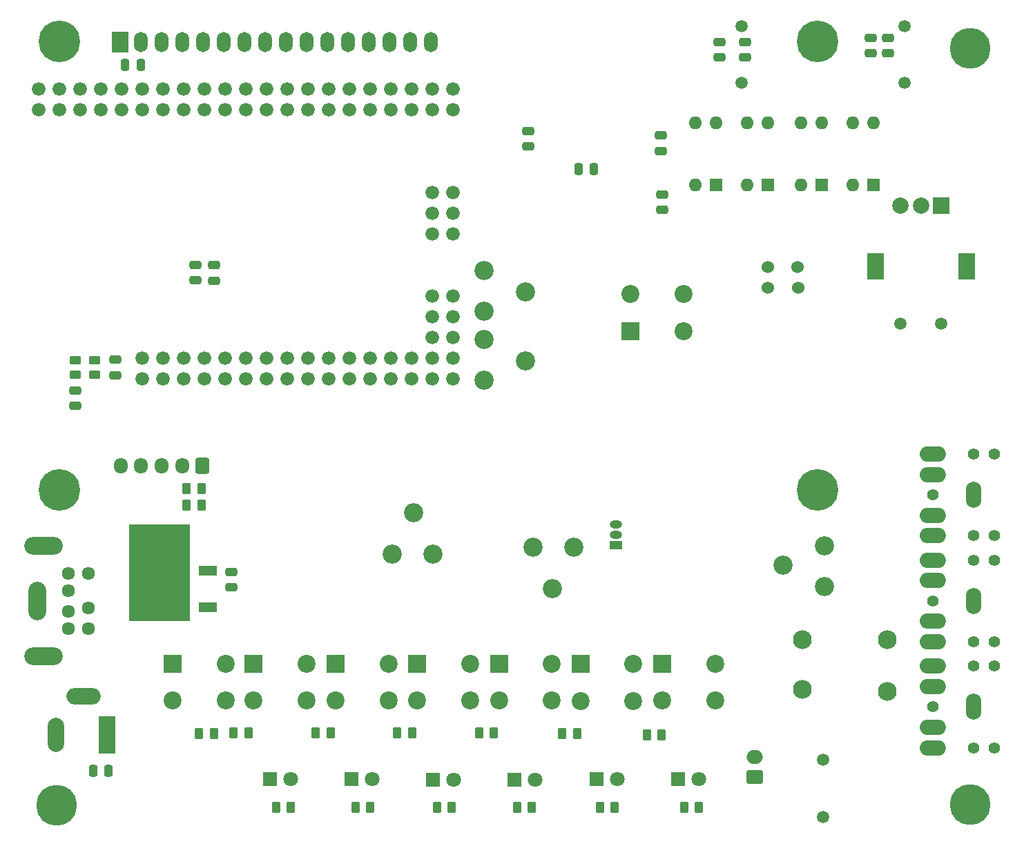
<source format=gbr>
%TF.GenerationSoftware,KiCad,Pcbnew,(6.0.11-0)*%
%TF.CreationDate,2023-05-23T17:58:13+02:00*%
%TF.ProjectId,Keyer_MEGA2560,4b657965-725f-44d4-9547-41323536302e,rev?*%
%TF.SameCoordinates,Original*%
%TF.FileFunction,Soldermask,Top*%
%TF.FilePolarity,Negative*%
%FSLAX46Y46*%
G04 Gerber Fmt 4.6, Leading zero omitted, Abs format (unit mm)*
G04 Created by KiCad (PCBNEW (6.0.11-0)) date 2023-05-23 17:58:13*
%MOMM*%
%LPD*%
G01*
G04 APERTURE LIST*
G04 Aperture macros list*
%AMRoundRect*
0 Rectangle with rounded corners*
0 $1 Rounding radius*
0 $2 $3 $4 $5 $6 $7 $8 $9 X,Y pos of 4 corners*
0 Add a 4 corners polygon primitive as box body*
4,1,4,$2,$3,$4,$5,$6,$7,$8,$9,$2,$3,0*
0 Add four circle primitives for the rounded corners*
1,1,$1+$1,$2,$3*
1,1,$1+$1,$4,$5*
1,1,$1+$1,$6,$7*
1,1,$1+$1,$8,$9*
0 Add four rect primitives between the rounded corners*
20,1,$1+$1,$2,$3,$4,$5,0*
20,1,$1+$1,$4,$5,$6,$7,0*
20,1,$1+$1,$6,$7,$8,$9,0*
20,1,$1+$1,$8,$9,$2,$3,0*%
G04 Aperture macros list end*
%ADD10RoundRect,0.250000X0.262500X0.450000X-0.262500X0.450000X-0.262500X-0.450000X0.262500X-0.450000X0*%
%ADD11C,3.600000*%
%ADD12C,5.000000*%
%ADD13R,2.200000X2.200000*%
%ADD14C,2.200000*%
%ADD15RoundRect,0.250000X-0.250000X-0.475000X0.250000X-0.475000X0.250000X0.475000X-0.250000X0.475000X0*%
%ADD16RoundRect,0.250000X0.475000X-0.250000X0.475000X0.250000X-0.475000X0.250000X-0.475000X-0.250000X0*%
%ADD17RoundRect,0.250000X-0.450000X0.262500X-0.450000X-0.262500X0.450000X-0.262500X0.450000X0.262500X0*%
%ADD18RoundRect,0.250000X-0.475000X0.250000X-0.475000X-0.250000X0.475000X-0.250000X0.475000X0.250000X0*%
%ADD19RoundRect,0.250000X-0.262500X-0.450000X0.262500X-0.450000X0.262500X0.450000X-0.262500X0.450000X0*%
%ADD20R,1.800000X1.800000*%
%ADD21C,1.800000*%
%ADD22RoundRect,0.250000X0.250000X0.475000X-0.250000X0.475000X-0.250000X-0.475000X0.250000X-0.475000X0*%
%ADD23R,2.000000X2.000000*%
%ADD24C,2.000000*%
%ADD25R,2.000000X3.200000*%
%ADD26C,1.500000*%
%ADD27R,2.000000X2.500000*%
%ADD28O,1.700000X2.500000*%
%ADD29C,5.100000*%
%ADD30R,2.200000X1.200000*%
%ADD31R,7.493000X11.811000*%
%ADD32R,1.500000X1.000000*%
%ADD33O,1.500000X1.000000*%
%ADD34C,1.610360*%
%ADD35O,2.203200X4.703200*%
%ADD36O,4.703200X2.203200*%
%ADD37R,1.600000X1.600000*%
%ADD38O,1.600000X1.600000*%
%ADD39R,2.000000X4.600000*%
%ADD40O,2.000000X4.200000*%
%ADD41O,4.200000X2.000000*%
%ADD42RoundRect,0.250000X0.600000X0.725000X-0.600000X0.725000X-0.600000X-0.725000X0.600000X-0.725000X0*%
%ADD43O,1.700000X1.950000*%
%ADD44RoundRect,0.250000X0.750000X-0.600000X0.750000X0.600000X-0.750000X0.600000X-0.750000X-0.600000X0*%
%ADD45O,2.000000X1.700000*%
%ADD46C,2.340000*%
%ADD47C,1.676400*%
%ADD48C,2.301240*%
%ADD49C,1.524000*%
%ADD50C,1.402080*%
%ADD51O,1.903200X3.203200*%
%ADD52O,3.203200X1.903200*%
G04 APERTURE END LIST*
D10*
%TO.C,R33*%
X258265300Y-171348400D03*
X256440300Y-171348400D03*
%TD*%
D11*
%TO.C,H2*%
X291464160Y-78174000D03*
D12*
X291464160Y-78174000D03*
%TD*%
D13*
%TO.C,S4*%
X223723200Y-153720800D03*
D14*
X230223200Y-153720800D03*
X223723200Y-158220800D03*
X230223200Y-158220800D03*
%TD*%
D15*
%TO.C,C11*%
X183962000Y-166878000D03*
X185862000Y-166878000D03*
%TD*%
D16*
%TO.C,C6*%
X198831200Y-106715600D03*
X198831200Y-104815600D03*
%TD*%
D13*
%TO.C,S5*%
X233730800Y-153720800D03*
D14*
X240230800Y-153720800D03*
X233730800Y-158220800D03*
X240230800Y-158220800D03*
%TD*%
D17*
%TO.C,R1*%
X184150000Y-116435500D03*
X184150000Y-118260500D03*
%TD*%
D16*
%TO.C,C15*%
X200914000Y-144333000D03*
X200914000Y-142433000D03*
%TD*%
D18*
%TO.C,C9*%
X253561820Y-88900000D03*
X253561820Y-90800000D03*
%TD*%
D19*
%TO.C,R13*%
X251868300Y-162458400D03*
X253693300Y-162458400D03*
%TD*%
D13*
%TO.C,S3*%
X213714160Y-153724000D03*
D14*
X220214160Y-153724000D03*
X213714160Y-158224000D03*
X220214160Y-158224000D03*
%TD*%
D20*
%TO.C,D2*%
X235661200Y-167944299D03*
D21*
X238201200Y-167944299D03*
%TD*%
D13*
%TO.C,S6*%
X243714160Y-153756800D03*
D14*
X250214160Y-153756800D03*
X243714160Y-158256800D03*
X250214160Y-158256800D03*
%TD*%
D10*
%TO.C,R23*%
X227932587Y-171323000D03*
X226107587Y-171323000D03*
%TD*%
D13*
%TO.C,S8*%
X253747200Y-153724000D03*
D14*
X260247200Y-153724000D03*
X253747200Y-158224000D03*
X260247200Y-158224000D03*
%TD*%
D10*
%TO.C,R22*%
X237767500Y-171323000D03*
X235942500Y-171323000D03*
%TD*%
D20*
%TO.C,D1*%
X245714600Y-167894000D03*
D21*
X248254600Y-167894000D03*
%TD*%
D20*
%TO.C,D4*%
X215682661Y-167894000D03*
D21*
X218222661Y-167894000D03*
%TD*%
D16*
%TO.C,C4*%
X253765020Y-98013600D03*
X253765020Y-96113600D03*
%TD*%
D22*
%TO.C,C13*%
X245383020Y-93014800D03*
X243483020Y-93014800D03*
%TD*%
D19*
%TO.C,R2*%
X196953500Y-162306000D03*
X198778500Y-162306000D03*
%TD*%
D23*
%TO.C,SW2*%
X287964160Y-97474000D03*
D24*
X282964160Y-97474000D03*
X285464160Y-97474000D03*
D25*
X279864160Y-104974000D03*
X291064160Y-104974000D03*
D26*
X287964160Y-111974000D03*
X282964160Y-111974000D03*
%TD*%
D19*
%TO.C,R9*%
X231294300Y-162204400D03*
X233119300Y-162204400D03*
%TD*%
D18*
%TO.C,C26*%
X281432000Y-76901000D03*
X281432000Y-78801000D03*
%TD*%
D27*
%TO.C,DS1*%
X187314000Y-77421500D03*
D28*
X189854000Y-77421500D03*
X192394000Y-77421500D03*
X194934000Y-77421500D03*
X197474000Y-77421500D03*
X200014000Y-77421500D03*
X202554000Y-77421500D03*
X205094000Y-77421500D03*
X207634000Y-77421500D03*
X210174000Y-77421500D03*
X212714000Y-77421500D03*
X215254000Y-77421500D03*
X217794000Y-77421500D03*
X220334000Y-77421500D03*
X222874000Y-77421500D03*
X225414000Y-77421500D03*
D29*
X179814000Y-77381500D03*
X272814000Y-77381500D03*
X179814000Y-132381500D03*
X272814000Y-132381500D03*
%TD*%
D30*
%TO.C,U2*%
X198002000Y-146806000D03*
D31*
X192087500Y-142557500D03*
D30*
X198002000Y-142246000D03*
%TD*%
D19*
%TO.C,R7*%
X221235900Y-162204400D03*
X223060900Y-162204400D03*
%TD*%
D18*
%TO.C,C23*%
X263906000Y-77409000D03*
X263906000Y-79309000D03*
%TD*%
D13*
%TO.C,S1*%
X193727000Y-153724000D03*
D14*
X200227000Y-153724000D03*
X193727000Y-158224000D03*
X200227000Y-158224000D03*
%TD*%
D16*
%TO.C,C37*%
X181813200Y-122057200D03*
X181813200Y-120157200D03*
%TD*%
D20*
%TO.C,D3*%
X225653600Y-167944299D03*
D21*
X228193600Y-167944299D03*
%TD*%
D19*
%TO.C,R6*%
X211279100Y-162204400D03*
X213104100Y-162204400D03*
%TD*%
D10*
%TO.C,R24*%
X217955500Y-171323000D03*
X216130500Y-171323000D03*
%TD*%
D13*
%TO.C,S2*%
X203633000Y-153724000D03*
D14*
X210133000Y-153724000D03*
X203633000Y-158224000D03*
X210133000Y-158224000D03*
%TD*%
D19*
%TO.C,R10*%
X241505100Y-162255200D03*
X243330100Y-162255200D03*
%TD*%
D16*
%TO.C,C1*%
X186690000Y-118298000D03*
X186690000Y-116398000D03*
%TD*%
D10*
%TO.C,R34*%
X208227300Y-171348400D03*
X206402300Y-171348400D03*
%TD*%
D20*
%TO.C,D6*%
X205684200Y-167894000D03*
D21*
X208224200Y-167894000D03*
%TD*%
D19*
%TO.C,R16*%
X195429500Y-134239000D03*
X197254500Y-134239000D03*
%TD*%
%TO.C,R3*%
X201169900Y-162204400D03*
X202994900Y-162204400D03*
%TD*%
D10*
%TO.C,R21*%
X247927500Y-171323000D03*
X246102500Y-171323000D03*
%TD*%
D17*
%TO.C,R14*%
X181813200Y-116435500D03*
X181813200Y-118260500D03*
%TD*%
D11*
%TO.C,H1*%
X291494160Y-170992800D03*
D12*
X291494160Y-170992800D03*
%TD*%
D18*
%TO.C,C25*%
X260731000Y-77409000D03*
X260731000Y-79309000D03*
%TD*%
D19*
%TO.C,R15*%
X195429500Y-132207000D03*
X197254500Y-132207000D03*
%TD*%
D11*
%TO.C,H3*%
X179527200Y-171094400D03*
D12*
X179527200Y-171094400D03*
%TD*%
D15*
%TO.C,C22*%
X187899000Y-80264000D03*
X189799000Y-80264000D03*
%TD*%
D18*
%TO.C,C2*%
X237305820Y-88335000D03*
X237305820Y-90235000D03*
%TD*%
D16*
%TO.C,C8*%
X196494400Y-106664800D03*
X196494400Y-104764800D03*
%TD*%
D20*
%TO.C,D5*%
X255722200Y-167894000D03*
D21*
X258262200Y-167894000D03*
%TD*%
D18*
%TO.C,C24*%
X279273000Y-76901000D03*
X279273000Y-78801000D03*
%TD*%
D32*
%TO.C,Q1*%
X248031000Y-139192000D03*
D33*
X248031000Y-137922000D03*
X248031000Y-136652000D03*
%TD*%
D34*
%TO.C,J3*%
X180889910Y-147297140D03*
X180889910Y-144701260D03*
X180889910Y-142600680D03*
X180889910Y-149397720D03*
X183389270Y-142600680D03*
X183389270Y-146898360D03*
X183389270Y-149397720D03*
D35*
X177090070Y-145999200D03*
D36*
X177887630Y-152747980D03*
X177887630Y-139250420D03*
%TD*%
D37*
%TO.C,U6*%
X273309000Y-94986000D03*
D38*
X270769000Y-94986000D03*
X270769000Y-87366000D03*
X273309000Y-87366000D03*
%TD*%
D39*
%TO.C,J2*%
X185674000Y-162474000D03*
D40*
X179374000Y-162474000D03*
D41*
X182774000Y-157674000D03*
%TD*%
D13*
%TO.C,S7*%
X249861000Y-112867000D03*
D14*
X256361000Y-112867000D03*
X249861000Y-108367000D03*
X256361000Y-108367000D03*
%TD*%
D42*
%TO.C,J6*%
X197358000Y-129387600D03*
D43*
X194858000Y-129387600D03*
X192358000Y-129387600D03*
X189858000Y-129387600D03*
X187358000Y-129387600D03*
%TD*%
D44*
%TO.C,J7*%
X265095000Y-167620000D03*
D45*
X265095000Y-165120000D03*
%TD*%
D46*
%TO.C,RV4*%
X220639000Y-140233500D03*
X223239000Y-135133500D03*
X225639000Y-140233500D03*
%TD*%
%TO.C,RV5*%
X242911000Y-139420500D03*
X240311000Y-144520500D03*
X237911000Y-139420500D03*
%TD*%
D37*
%TO.C,U4*%
X266705000Y-94986000D03*
D38*
X264165000Y-94986000D03*
X264165000Y-87366000D03*
X266705000Y-87366000D03*
%TD*%
D26*
%TO.C,J10*%
X263499600Y-82464600D03*
X263499600Y-75464600D03*
%TD*%
D46*
%TO.C,RV3*%
X231876500Y-113959000D03*
X236976500Y-116559000D03*
X231876500Y-118959000D03*
%TD*%
D47*
%TO.C,U3*%
X184924760Y-83213500D03*
X184924760Y-85753500D03*
X182384760Y-83213500D03*
X182384760Y-85753500D03*
X228104760Y-100993500D03*
X190004760Y-118773500D03*
X190004760Y-116233500D03*
X192544760Y-118773500D03*
X192544760Y-116233500D03*
X195084760Y-118773500D03*
X195084760Y-116233500D03*
X197624760Y-118773500D03*
X197624760Y-116233500D03*
X200164760Y-118773500D03*
X200164760Y-116233500D03*
X202704760Y-118773500D03*
X202704760Y-116233500D03*
X205244760Y-118773500D03*
X205244760Y-116233500D03*
X207784760Y-118773500D03*
X207784760Y-116233500D03*
X187464760Y-85753500D03*
X192544760Y-85753500D03*
X192544760Y-83213500D03*
X195084760Y-85753500D03*
X195084760Y-83213500D03*
X197624760Y-85753500D03*
X197624760Y-83213500D03*
X200164760Y-85753500D03*
X200164760Y-83213500D03*
X202704760Y-85753500D03*
X202704760Y-83213500D03*
X205244760Y-85753500D03*
X205244760Y-83213500D03*
X207784760Y-85753500D03*
X207784760Y-83213500D03*
X210324760Y-85753500D03*
X210324760Y-83213500D03*
X212864760Y-85753500D03*
X212864760Y-83213500D03*
X215404760Y-85753500D03*
X215404760Y-83213500D03*
X217944760Y-85753500D03*
X217944760Y-83213500D03*
X220484760Y-85753500D03*
X220484760Y-83213500D03*
X223024760Y-85753500D03*
X223024760Y-83213500D03*
X225564760Y-85753500D03*
X225564760Y-83213500D03*
X228104760Y-85753500D03*
X228104760Y-83213500D03*
X210324760Y-118773500D03*
X210324760Y-116233500D03*
X212864760Y-118773500D03*
X212864760Y-116233500D03*
X215404760Y-118773500D03*
X215404760Y-116233500D03*
X217944760Y-118773500D03*
X217944760Y-116233500D03*
X220484760Y-118773500D03*
X220484760Y-116233500D03*
X223024760Y-118773500D03*
X223024760Y-116233500D03*
X225564760Y-118773500D03*
X225564760Y-116233500D03*
X228104760Y-118773500D03*
X228104760Y-116233500D03*
X228104760Y-113693500D03*
X225564760Y-113693500D03*
X228104760Y-111153500D03*
X225564760Y-111153500D03*
X228104760Y-108613500D03*
X225564760Y-108613500D03*
X179844760Y-83213500D03*
X179844760Y-85753500D03*
X228104760Y-95913500D03*
X225564760Y-100993500D03*
X228104760Y-98453500D03*
X187464760Y-83213500D03*
X225564760Y-95913500D03*
X190004760Y-85753500D03*
X225564760Y-98453500D03*
X190004760Y-83213500D03*
X177304760Y-83213500D03*
X177304760Y-85753500D03*
%TD*%
D37*
%TO.C,U5*%
X260355000Y-94986000D03*
D38*
X257815000Y-94986000D03*
X257815000Y-87366000D03*
X260355000Y-87366000D03*
%TD*%
D48*
%TO.C,T1*%
X281345640Y-150723600D03*
X281330400Y-157073600D03*
X270916400Y-156819600D03*
X270916400Y-150723600D03*
%TD*%
D49*
%TO.C,J14*%
X270383000Y-107569000D03*
X270363000Y-105029000D03*
%TD*%
D26*
%TO.C,J11*%
X283464000Y-82456000D03*
X283464000Y-75456000D03*
%TD*%
D49*
%TO.C,J13*%
X266700000Y-107569000D03*
X266680000Y-105029000D03*
%TD*%
D26*
%TO.C,J9*%
X273456400Y-165498800D03*
X273456400Y-172498800D03*
%TD*%
D37*
%TO.C,U7*%
X279659000Y-94986000D03*
D38*
X277119000Y-94986000D03*
X277119000Y-87366000D03*
X279659000Y-87366000D03*
%TD*%
D46*
%TO.C,RV2*%
X231876500Y-105450000D03*
X236976500Y-108050000D03*
X231876500Y-110450000D03*
%TD*%
D50*
%TO.C,J12*%
X291938710Y-164002720D03*
X294438070Y-154005280D03*
X294438070Y-164002720D03*
X291938710Y-154005280D03*
X286939990Y-159004000D03*
D51*
X291938710Y-159004000D03*
D52*
X286939990Y-154005280D03*
X286939990Y-164002720D03*
X286939990Y-161503360D03*
X286939990Y-156504640D03*
%TD*%
D50*
%TO.C,J5*%
X286948880Y-145999200D03*
X294446960Y-150997920D03*
X291947600Y-150997920D03*
X294446960Y-141000480D03*
X291947600Y-141000480D03*
D51*
X291947600Y-145999200D03*
D52*
X286948880Y-141000480D03*
X286948880Y-150997920D03*
X286948880Y-148498560D03*
X286948880Y-143499840D03*
%TD*%
D50*
%TO.C,J4*%
X286939990Y-132994400D03*
X291938710Y-137993120D03*
X294438070Y-137993120D03*
X291938710Y-127995680D03*
X294438070Y-127995680D03*
D51*
X291938710Y-132994400D03*
D52*
X286939990Y-127995680D03*
X286939990Y-137993120D03*
X286939990Y-135493760D03*
X286939990Y-130495040D03*
%TD*%
D46*
%TO.C,RV1*%
X273659700Y-144232000D03*
X268559700Y-141632000D03*
X273659700Y-139232000D03*
%TD*%
M02*

</source>
